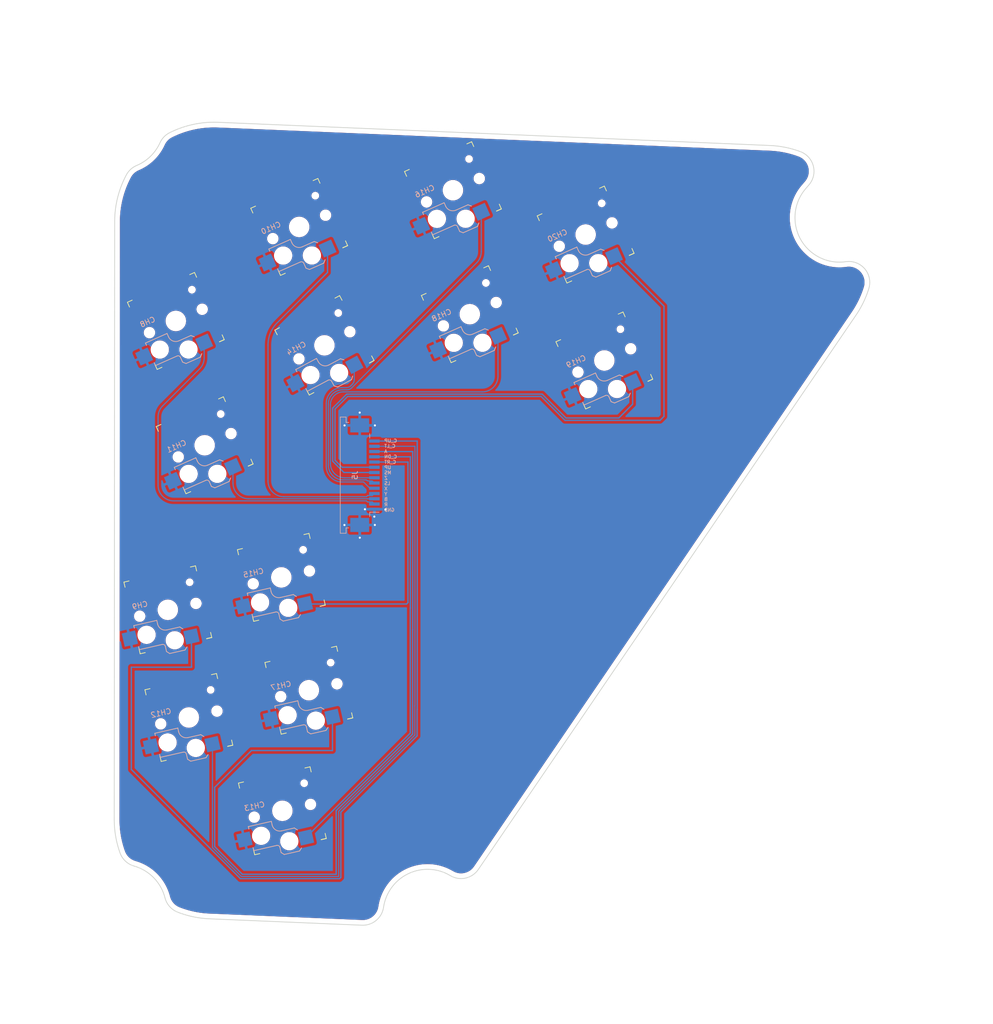
<source format=kicad_pcb>
(kicad_pcb (version 20240108) (generator "pcbnew") (generator_version "8.0")
  (layers (0 "F.Cu" signal) (31 "B.Cu" signal) (34 "B.Paste" user) (35 "F.Paste" user) (36 "B.SilkS" user "B.Silkscreen") (37 "F.SilkS" user "F.Silkscreen") (38 "B.Mask" user) (39 "F.Mask" user) (44 "Edge.Cuts" user))
  (net 0 "")
  (net 1 "C_UP")
  (net 2 "C_LT")
  (net 3 "A")
  (net 4 "C_DN")
  (net 5 "C_RT")
  (net 6 "UP")
  (net 7 "MS")
  (net 8 "Z")
  (net 9 "LS")
  (net 10 "X")
  (net 11 "Y")
  (net 12 "B")
  (net 13 "R")
  (net 14 "GND")
  (footprint "PCBs:Kailh_socket_PG1350" (layer "F.Cu") (at 90.435084 38.611672 23.9)
    (property "Reference" "CH16" (at -5 -2 23.9) (layer "B.SilkS") (effects (justify mirror)))
    (property "Value" "choc_SW_HS")
    (pad "" np_thru_hole circle (at -5.5 0 23.9) (size 1.7018 1.7018) (drill 1.7018) (layers "*.Cu" "*.Mask"))
    (pad "" np_thru_hole circle (at -5 3.75 23.9) (size 3 3) (drill 3) (layers "*.Cu" "*.Mask"))
    (pad "" np_thru_hole circle (at 0 0 23.9) (size 3.429 3.429) (drill 3.429) (layers "*.Cu" "*.Mask"))
    (pad "" np_thru_hole circle (at 0 5.95 23.9) (size 3 3) (drill 3) (layers "*.Cu" "*.Mask"))
    (pad "" np_thru_hole circle (at 5.22 -4.2 23.9) (size 0.9906 0.9906) (drill 0.9906) (layers "*.Cu" "*.Mask"))
    (pad "" np_thru_hole circle (at 5.5 0 23.9) (size 1.7018 1.7018) (drill 1.7018) (layers "*.Cu" "*.Mask"))
    (pad "1" smd rect (at 3.275 5.95 23.9) (size 2.6 2.6) (layers "B.Cu" "B.Paste" "B.Mask") (net 9 "LS") (clearance 0.5))
    (pad "2" smd rect (at -8.275 3.75 23.9) (size 2.6 2.6) (layers "B.Cu" "B.Paste" "B.Mask") (net 14 "GND"))
  )
  (footprint "PCBs:Kailh_socket_PG1350" (layer "F.Cu") (at 40.06 139.09 12.8)
    (property "Reference" "CH12" (at -5 -2 12.8) (layer "B.SilkS") (effects (justify mirror)))
    (property "Value" "choc_SW_HS")
    (pad "" np_thru_hole circle (at -5.5 0 12.8) (size 1.7018 1.7018) (drill 1.7018) (layers "*.Cu" "*.Mask"))
    (pad "" np_thru_hole circle (at -5 3.75 12.8) (size 3 3) (drill 3) (layers "*.Cu" "*.Mask"))
    (pad "" np_thru_hole circle (at 0 0 12.8) (size 3.429 3.429) (drill 3.429) (layers "*.Cu" "*.Mask"))
    (pad "" np_thru_hole circle (at 0 5.95 12.8) (size 3 3) (drill 3) (layers "*.Cu" "*.Mask"))
    (pad "" np_thru_hole circle (at 5.22 -4.2 12.8) (size 0.9906 0.9906) (drill 0.9906) (layers "*.Cu" "*.Mask"))
    (pad "" np_thru_hole circle (at 5.5 0 12.8) (size 1.7018 1.7018) (drill 1.7018) (layers "*.Cu" "*.Mask"))
    (pad "1" smd rect (at 3.275 5.95 12.8) (size 2.6 2.6) (layers "B.Cu" "B.Paste" "B.Mask") (net 2 "C_LT") (clearance 0.5))
    (pad "2" smd rect (at -8.275 3.75 12.8) (size 2.6 2.6) (layers "B.Cu" "B.Paste" "B.Mask") (net 14 "GND"))
  )
  (footprint "PCBs:Kailh_socket_PG1350" (layer "F.Cu") (at 65.9224 68.169844 28)
    (property "Reference" "CH14" (at -5 -2 28) (layer "B.SilkS") (effects (justify mirror)))
    (property "Value" "choc_SW_HS")
    (pad "" np_thru_hole circle (at -5.5 0 28) (size 1.7018 1.7018) (drill 1.7018) (layers "*.Cu" "*.Mask"))
    (pad "" np_thru_hole circle (at -5 3.75 28) (size 3 3) (drill 3) (layers "*.Cu" "*.Mask"))
    (pad "" np_thru_hole circle (at 0 0 28) (size 3.429 3.429) (drill 3.429) (layers "*.Cu" "*.Mask"))
    (pad "" np_thru_hole circle (at 0 5.95 28) (size 3 3) (drill 3) (layers "*.Cu" "*.Mask"))
    (pad "" np_thru_hole circle (at 5.22 -4.2 28) (size 0.9906 0.9906) (drill 0.9906) (layers "*.Cu" "*.Mask"))
    (pad "" np_thru_hole circle (at 5.5 0 28) (size 1.7018 1.7018) (drill 1.7018) (layers "*.Cu" "*.Mask"))
    (pad "1" smd rect (at 3.275 5.95 28) (size 2.6 2.6) (layers "B.Cu" "B.Paste" "B.Mask") (net 10 "X") (clearance 0.5))
    (pad "2" smd rect (at -8.275 3.75 28) (size 2.6 2.6) (layers "B.Cu" "B.Paste" "B.Mask") (net 14 "GND"))
  )
  (footprint "PCBs:Kailh_socket_PG1350" (layer "F.Cu") (at 62.95 133.89 12.8)
    (property "Reference" "CH17" (at -5 -2 12.8) (layer "B.SilkS") (effects (justify mirror)))
    (property "Value" "choc_SW_HS")
    (pad "" np_thru_hole circle (at -5.5 0 12.8) (size 1.7018 1.7018) (drill 1.7018) (layers "*.Cu" "*.Mask"))
    (pad "" np_thru_hole circle (at -5 3.75 12.8) (size 3 3) (drill 3) (layers "*.Cu" "*.Mask"))
    (pad "" np_thru_hole circle (at 0 0 12.8) (size 3.429 3.429) (drill 3.429) (layers "*.Cu" "*.Mask"))
    (pad "" np_thru_hole circle (at 0 5.95 12.8) (size 3 3) (drill 3) (layers "*.Cu" "*.Mask"))
    (pad "" np_thru_hole circle (at 5.22 -4.2 12.8) (size 0.9906 0.9906) (drill 0.9906) (layers "*.Cu" "*.Mask"))
    (pad "" np_thru_hole circle (at 5.5 0 12.8) (size 1.7018 1.7018) (drill 1.7018) (layers "*.Cu" "*.Mask"))
    (pad "1" smd rect (at 3.275 5.95 12.8) (size 2.6 2.6) (layers "B.Cu" "B.Paste" "B.Mask") (net 3 "A") (clearance 0.5))
    (pad "2" smd rect (at -8.275 3.75 12.8) (size 2.6 2.6) (layers "B.Cu" "B.Paste" "B.Mask") (net 14 "GND"))
  )
  (footprint "PCBs:Kailh_socket_PG1350" (layer "F.Cu") (at 93.649779 62.235342 23.9)
    (property "Reference" "CH18" (at -5 -2 23.9) (layer "B.SilkS") (effects (justify mirror)))
    (property "Value" "choc_SW_HS")
    (pad "" np_thru_hole circle (at -5.5 0 23.9) (size 1.7018 1.7018) (drill 1.7018) (layers "*.Cu" "*.Mask"))
    (pad "" np_thru_hole circle (at -5 3.75 23.9) (size 3 3) (drill 3) (layers "*.Cu" "*.Mask"))
    (pad "" np_thru_hole circle (at 0 0 23.9) (size 3.429 3.429) (drill 3.429) (layers "*.Cu" "*.Mask"))
    (pad "" np_thru_hole circle (at 0 5.95 23.9) (size 3 3) (drill 3) (layers "*.Cu" "*.Mask"))
    (pad "" np_thru_hole circle (at 5.22 -4.2 23.9) (size 0.9906 0.9906) (drill 0.9906) (layers "*.Cu" "*.Mask"))
    (pad "" np_thru_hole circle (at 5.5 0 23.9) (size 1.7018 1.7018) (drill 1.7018) (layers "*.Cu" "*.Mask"))
    (pad "1" smd rect (at 3.275 5.95 23.9) (size 2.6 2.6) (layers "B.Cu" "B.Paste" "B.Mask") (net 8 "Z") (clearance 0.5))
    (pad "2" smd rect (at -8.275 3.75 23.9) (size 2.6 2.6) (layers "B.Cu" "B.Paste" "B.Mask") (net 14 "GND"))
  )
  (footprint "PCBs:Kailh_socket_PG1350" (layer "F.Cu") (at 37.577908 63.522995 23.9)
    (property "Reference" "CH8" (at -5 -2 23.9) (layer "B.SilkS") (effects (justify mirror)))
    (property "Value" "choc_SW_HS")
    (pad "" np_thru_hole circle (at -5.5 0 23.9) (size 1.7018 1.7018) (drill 1.7018) (layers "*.Cu" "*.Mask"))
    (pad "" np_thru_hole circle (at -5 3.75 23.9) (size 3 3) (drill 3) (layers "*.Cu" "*.Mask"))
    (pad "" np_thru_hole circle (at 0 0 23.9) (size 3.429 3.429) (drill 3.429) (layers "*.Cu" "*.Mask"))
    (pad "" np_thru_hole circle (at 0 5.95 23.9) (size 3 3) (drill 3) (layers "*.Cu" "*.Mask"))
    (pad "" np_thru_hole circle (at 5.22 -4.2 23.9) (size 0.9906 0.9906) (drill 0.9906) (layers "*.Cu" "*.Mask"))
    (pad "" np_thru_hole circle (at 5.5 0 23.9) (size 1.7018 1.7018) (drill 1.7018) (layers "*.Cu" "*.Mask"))
    (pad "1" smd rect (at 3.275 5.95 23.9) (size 2.6 2.6) (layers "B.Cu" "B.Paste" "B.Mask") (net 13 "R") (clearance 0.5))
    (pad "2" smd rect (at -8.275 3.75 23.9) (size 2.6 2.6) (layers "B.Cu" "B.Paste" "B.Mask") (net 14 "GND"))
  )
  (footprint "PCBs:Kailh_socket_PG1350" (layer "F.Cu") (at 119.310554 71.053379 23.9)
    (property "Reference" "CH19" (at -5 -2 23.9) (layer "B.SilkS") (effects (justify mirror)))
    (property "Value" "choc_SW_HS")
    (pad "" np_thru_hole circle (at -5.5 0 23.9) (size 1.7018 1.7018) (drill 1.7018) (layers "F&B.Cu" "*.Mask"))
    (pad "" np_thru_hole circle (at -5 3.75 23.9) (size 3 3) (drill 3) (layers "F&B.Cu" "*.Mask"))
    (pad "" np_thru_hole circle (at 0 0 23.9) (size 3.429 3.429) (drill 3.429) (layers "F&B.Cu" "*.Mask"))
    (pad "" np_thru_hole circle (at 0 5.95 23.9) (size 3 3) (drill 3) (layers "F&B.Cu" "*.Mask"))
    (pad "" np_thru_hole circle (at 5.22 -4.2 23.9) (size 0.9906 0.9906) (drill 0.9906) (layers "F&B.Cu" "*.Mask"))
    (pad "" np_thru_hole circle (at 5.5 0 23.9) (size 1.7018 1.7018) (drill 1.7018) (layers "F&B.Cu" "*.Mask"))
    (pad "2" smd rect (at -8.275 3.75 23.9) (size 2.6 2.6) (layers "B.Cu" "B.Paste" "B.Mask") (net 14 "GND"))
    (pad "8" smd rect (at 3.275 5.95 23.9) (size 2.6 2.6) (layers "B.Cu" "B.Paste" "B.Mask") (net 7 "MS") (clearance 0.5))
  )
  (footprint "PCBs:Kailh_socket_PG1350" (layer "F.Cu") (at 57.7 112.39 12.8)
    (property "Reference" "CH15" (at -5 -2 12.8) (layer "B.SilkS") (effects (justify mirror)))
    (property "Value" "choc_SW_HS")
    (pad "" np_thru_hole circle (at -5.5 0 12.8) (size 1.7018 1.7018) (drill 1.7018) (layers "*.Cu" "*.Mask"))
    (pad "" np_thru_hole circle (at -5 3.75 12.8) (size 3 3) (drill 3) (layers "*.Cu" "*.Mask"))
    (pad "" np_thru_hole circle (at 0 0 12.8) (size 3.429 3.429) (drill 3.429) (layers "*.Cu" "*.Mask"))
    (pad "" np_thru_hole circle (at 0 5.95 12.8) (size 3 3) (drill 3) (layers "*.Cu" "*.Mask"))
    (pad "" np_thru_hole circle (at 5.22 -4.2 12.8) (size 0.9906 0.9906) (drill 0.9906) (layers "*.Cu" "*.Mask"))
    (pad "" np_thru_hole circle (at 5.5 0 12.8) (size 1.7018 1.7018) (drill 1.7018) (layers "*.Cu" "*.Mask"))
    (pad "1" smd rect (at 3.275 5.95 12.8) (size 2.6 2.6) (layers "B.Cu" "B.Paste" "B.Mask") (net 5 "C_RT") (clearance 0.5))
    (pad "2" smd rect (at -8.275 3.75 12.8) (size 2.6 2.6) (layers "B.Cu" "B.Paste" "B.Mask") (net 14 "GND"))
  )
  (footprint "PCBs:Kailh_socket_PG1350" (layer "F.Cu") (at 57.9 156.87 12.8)
    (property "Reference" "CH13" (at -5 -2 12.8) (layer "B.SilkS") (effects (justify mirror)))
    (property "Value" "choc_SW_HS")
    (pad "" np_thru_hole circle (at -5.5 0 12.8) (size 1.7018 1.7018) (drill 1.7018) (layers "*.Cu" "*.Mask"))
    (pad "" np_thru_hole circle (at -5 3.75 12.8) (size 3 3) (drill 3) (layers "*.Cu" "*.Mask"))
    (pad "" np_thru_hole circle (at 0 0 12.8) (size 3.429 3.429) (drill 3.429) (layers "*.Cu" "*.Mask"))
    (pad "" np_thru_hole circle (at 0 5.95 12.8) (size 3 3) (drill 3) (layers "*.Cu" "*.Mask"))
    (pad "" np_thru_hole circle (at 5.22 -4.2 12.8) (size 0.9906 0.9906) (drill 0.9906) (layers "*.Cu" "*.Mask"))
    (pad "" np_thru_hole circle (at 5.5 0 12.8) (size 1.7018 1.7018) (drill 1.7018) (layers "*.Cu" "*.Mask"))
    (pad "1" smd rect (at 3.275 5.95 12.8) (size 2.6 2.6) (layers "B.Cu" "B.Paste" "B.Mask") (net 4 "C_DN") (clearance 0.5))
    (pad "2" smd rect (at -8.275 3.75 12.8) (size 2.6 2.6) (layers "B.Cu" "B.Paste" "B.Mask") (net 14 "GND"))
  )
  (footprint "PCBs:Kailh_socket_PG1350" (layer "F.Cu") (at 43.074561 87.21353 23.9)
    (property "Reference" "CH11" (at -5 -2 23.9) (layer "B.SilkS") (effects (justify mirror)))
    (property "Value" "choc_SW_HS")
    (pad "" np_thru_hole circle (at -5.5 0 23.9) (size 1.7018 1.7018) (drill 1.7018) (layers "*.Cu" "*.Mask"))
    (pad "" np_thru_hole circle (at -5 3.75 23.9) (size 3 3) (drill 3) (layers "*.Cu" "*.Mask"))
    (pad "" np_thru_hole circle (at 0 0 23.9) (size 3.429 3.429) (drill 3.429) (layers "*.Cu" "*.Mask"))
    (pad "" np_thru_hole circle (at 0 5.95 23.9) (size 3 3) (drill 3) (layers "*.Cu" "*.Mask"))
    (pad "" np_thru_hole circle (at 5.22 -4.2 23.9) (size 0.9906 0.9906) (drill 0.9906) (layers "*.Cu" "*.Mask"))
    (pad "" np_thru_hole circle (at 5.5 0 23.9) (size 1.7018 1.7018) (drill 1.7018) (layers "*.Cu" "*.Mask"))
    (pad "1" smd rect (at 3.275 5.95 23.9) (size 2.6 2.6) (layers "B.Cu" "B.Paste" "B.Mask") (net 12 "B") (clearance 0.5))
    (pad "2" smd rect (at -8.275 3.75 23.9) (size 2.6 2.6) (layers "B.Cu" "B.Paste" "B.Mask") (net 14 "GND"))
  )
  (footprint "PCBs:Kailh_socket_PG1350" (layer "F.Cu") (at 36.05 118.57 12.8)
    (property "Reference" "CH9" (at -5 -2 12.8) (layer "B.SilkS") (effects (justify mirror)))
    (property "Value" "choc_SW_HS")
    (pad "" np_thru_hole circle (at -5.5 0 12.8) (size 1.7018 1.7018) (drill 1.7018) (layers "*.Cu" "*.Mask"))
    (pad "" np_thru_hole circle (at -5 3.75 12.8) (size 3 3) (drill 3) (layers "*.Cu" "*.Mask"))
    (pad "" np_thru_hole circle (at 0 0 12.8) (size 3.429 3.429) (drill 3.429) (layers "*.Cu" "*.Mask"))
    (pad "" np_thru_hole circle (at 0 5.95 12.8) (size 3 3) (drill 3) (layers "*.Cu" "*.Mask"))
    (pad "" np_thru_hole circle (at 5.22 -4.2 12.8) (size 0.9906 0.9906) (drill 0.9906) (layers "*.Cu" "*.Mask"))
    (pad "" np_thru_hole circle (at 5.5 0 12.8) (size 1.7018 1.7018) (drill 1.7018) (layers "*.Cu" "*.Mask"))
    (pad "1" smd rect (at 3.275 5.95 12.8) (size 2.6 2.6) (layers "B.Cu" "B.Paste" "B.Mask") (net 1 "C_UP") (clearance 0.5))
    (pad "2" smd rect (at -8.275 3.75 12.8) (size 2.6 2.6) (layers "B.Cu" "B.Paste" "B.Mask") (net 14 "GND"))
  )
  (footprint "PCBs:Kailh_socket_PG1350" (layer "F.Cu") (at 61.108971 45.605613 23.9)
    (property "Reference" "CH10" (at -5 -2 23.9) (layer "B.SilkS") (effects (justify mirror)))
    (property "Value" "choc_SW_HS")
    (pad "" np_thru_hole circle (at -5.5 0 23.9) (size 1.7018 1.7018) (drill 1.7018) (layers "*.Cu" "*.Mask"))
    (pad "" np_thru_hole circle (at -5 3.75 23.9) (size 3 3) (drill 3) (layers "*.Cu" "*.Mask"))
    (pad "" np_thru_hole circle (at 0 0 23.9) (size 3.429 3.429) (drill 3.429) (layers "*.Cu" "*.Mask"))
    (pad "" np_thru_hole circle (at 0 5.95 23.9) (size 3 3) (drill 3) (layers "*.Cu" "*.Mask"))
    (pad "" np_thru_hole circle (at 5.22 -4.2 23.9) (size 0.9906 0.9906) (drill 0.9906) (layers "*.Cu" "*.Mask"))
    (pad "" np_thru_hole circle (at 5.5 0 23.9) (size 1.7018 1.7018) (drill 1.7018) (layers "*.Cu" "*.Mask"))
    (pad "1" smd rect (at 3.275 5.95 23.9) (size 2.6 2.6) (layers "B.Cu" "B.Paste" "B.Mask") (net 11 "Y") (clearance 0.5))
    (pad "2" smd rect (at -8.275 3.75 23.9) (size 2.6 2.6) (layers "B.Cu" "B.Paste" "B.Mask") (net 14 "GND"))
  )
  (footprint "PCBs:Kailh_socket_PG1350" (layer "F.Cu") (at 115.745587 47.061579 23.9)
    (property "Reference" "CH20" (at -5 -2 23.9) (layer "B.SilkS") (effects (justify mirror)))
    (property "Value" "choc_SW_HS")
    (pad "" np_thru_hole circle (at -5.5 0 23.9) (size 1.7018 1.7018) (drill 1.7018) (layers "*.Cu" "*.Mask"))
    (pad "" np_thru_hole circle (at -5 3.75 23.9) (size 3 3) (drill 3) (layers "*.Cu" "*.Mask"))
    (pad "" np_thru_hole circle (at 0 0 23.9) (size 3.429 3.429) (drill 3.429) (layers "*.Cu" "*.Mask"))
    (pad "" np_thru_hole circle (at 0 5.95 23.9) (size 3 3) (drill 3) (layers "*.Cu" "*.Mask"))
    (pad "" np_thru_hole circle (at 5.22 -4.2 23.9) (size 0.9906 0.9906) (drill 0.9906) (layers "*.Cu" "*.Mask"))
    (pad "" np_thru_hole circle (at 5.5 0 23.9) (size 1.7018 1.7018) (drill 1.7018) (layers "*.Cu" "*.Mask"))
    (pad "1" smd rect (at 3.275 5.95 23.9) (size 2.6 2.6) (layers "B.Cu" "B.Paste" "B.Mask") (net 6 "UP") (clearance 0.5))
    (pad "2" smd rect (at -8.275 3.75 23.9) (size 2.6 2.6) (layers "B.Cu" "B.Paste" "B.Mask") (net 14 "GND"))
  )
  (footprint "Connector_FFC-FPC:TE_1-84953-4_1x14-1MP_P1.0mm_Horizontal" (layer "B.Cu") (at 73.65 92.91 90)
    (property "Reference" "J5" (at -0.01 -1.89 90) (layer "B.SilkS") (effects (justify mirror)))
    (property "Value" "FFC Connector")
    (pad "1" smd rect (at -6.5 1.8 90) (size 0.61 2) (layers "B.Cu" "B.Paste" "B.Mask") (net 14 "GND"))
    (pad "2" smd rect (at -5.5 1.8 90) (size 0.61 2) (layers "B.Cu" "B.Paste" "B.Mask") (net 13 "R"))
    (pad "3" smd rect (at -4.5 1.8 90) (size 0.61 2) (layers "B.Cu" "B.Paste" "B.Mask") (net 12 "B"))
    (pad "4" smd rect (at -3.5 1.8 90) (size 0.61 2) (layers "B.Cu" "B.Paste" "B.Mask") (net 11 "Y"))
    (pad "5" smd rect (at -2.5 1.8 90) (size 0.61 2) (layers "B.Cu" "B.Paste" "B.Mask") (net 10 "X"))
    (pad "6" smd rect (at -1.5 1.8 90) (size 0.61 2) (layers "B.Cu" "B.Paste" "B.Mask") (net 9 "LS"))
    (pad "7" smd rect (at -0.5 1.8 90) (size 0.61 2) (layers "B.Cu" "B.Paste" "B.Mask") (net 8 "Z"))
    (pad "8" smd rect (at 0.5 1.8 90) (size 0.61 2) (layers "B.Cu" "B.Paste" "B.Mask") (net 7 "MS"))
    (pad "9" smd rect (at 1.5 1.8 90) (size 0.61 2) (layers "B.Cu" "B.Paste" "B.Mask") (net 6 "UP"))
    (pad "10" smd rect (at 2.5 1.8 90) (size 0.61 2) (layers "B.Cu" "B.Paste" "B.Mask") (net 5 "C_RT"))
    (pad "11" smd rect (at 3.5 1.8 90) (size 0.61 2) (layers "B.Cu" "B.Paste" "B.Mask") (net 4 "C_DN"))
    (pad "12" smd rect (at 4.5 1.8 90) (size 0.61 2) (layers "B.Cu" "B.Paste" "B.Mask") (net 3 "A"))
    (pad "13" smd rect (at 5.5 1.8 90) (size 0.61 2) (layers "B.Cu" "B.Paste" "B.Mask") (net 2 "C_LT"))
    (pad "14" smd rect (at 6.5 1.8 90) (size 0.61 2) (layers "B.Cu" "B.Paste" "B.Mask") (net 1 "C_UP"))
    (pad "MP" smd rect (at -9.49 -1 90) (size 2.68 3.6) (layers "B.Cu" "B.Paste" "B.Mask") (net 14 "GND"))
    (pad "MP" smd rect (at 9.49 -1 90) (size 2.68 3.6) (layers "B.Cu" "B.Paste" "B.Mask") (net 14 "GND"))
  )
  (gr_poly (pts (xy 73.082442 178.676456) (xy 43.985637 177.454684) (xy 43.597322 177.434386) (xy 43.209791 177.40615) (xy 42.823164 177.370002) (xy 42.43756 177.325965) (xy 42.053098 177.274065) (xy 41.669898 177.214327) (xy 41.288081 177.146775) (xy 40.907764 177.071435) (xy 40.529067 176.988332) (xy 40.152111 176.89749) (xy 39.777015 176.798934) (xy 39.403897 176.69269) (xy 39.032879 176.578783) (xy 38.664078 176.457237) (xy 38.297615 176.328076) (xy 37.933609 176.191328) (xy 37.711732 176.097585) (xy 37.392979 175.933727) (xy 37.092355 175.743387) (xy 36.811267 175.528151) (xy 36.551124 175.28961) (xy 36.313334 175.029349) (xy 36.099306 174.748957) (xy 35.910449 174.450021) (xy 35.74817 174.13413) (xy 35.613877 173.802871) (xy 35.50898 173.457833) (xy 35.434515 173.185181) (xy 35.351406 172.916317) (xy 35.259805 172.651397) (xy 35.159869 172.390581) (xy 35.051752 172.134027) (xy 34.935608 171.881894) (xy 34.811591 171.63434) (xy 34.679857 171.391524) (xy 34.540559 171.153604) (xy 34.393852 170.920739) (xy 34.239891 170.693088) (xy 34.07883 170.470809) (xy 33.910823 170.25406) (xy 33.736025 170.043001) (xy 33.554591 169.837789) (xy 33.366674 169.638584) (xy 33.172431 169.445544) (xy 32.972014 169.258826) (xy 32.765578 169.078591) (xy 32.553278 168.904997) (xy 32.335269 168.738201) (xy 32.111705 168.578364) (xy 31.882739 168.425642) (xy 31.648528 168.280195) (xy 31.409225 168.142182) (xy 31.164985 168.01176) (xy 30.915962 167.889089) (xy 30.662311 167.774327) (xy 30.404185 167.667632) (xy 30.141741 167.569164) (xy 29.875132 167.47908) (xy 29.604512 167.39754) (xy 29.374847 167.324938) (xy 29.042179 167.191579) (xy 28.725085 167.030159) (xy 28.425117 166.842129) (xy 28.143824 166.628937) (xy 27.882758 166.392032) (xy 27.643468 166.132864) (xy 27.427506 165.852882) (xy 27.236422 165.553535) (xy 27.071767 165.236272) (xy 26.93509 164.902544) (xy 26.801573 164.516263) (xy 26.676513 164.127512) (xy 26.559937 163.73643) (xy 26.451868 163.343156) (xy 26.352329 162.94783) (xy 26.261347 162.550591) (xy 26.178943 162.15158) (xy 26.105144 161.750936) (xy 26.039972 161.348798) (xy 25.983452 160.945306) (xy 25.935609 160.5406) (xy 25.896466 160.134819) (xy 25.866048 159.728102) (xy 25.844378 159.320591) (xy 25.831481 158.912423) (xy 25.827381 158.503739) (xy 25.91284 44.5889) (xy 25.915287 44.298234) (xy 25.922182 44.007899) (xy 25.933514 43.717943) (xy 25.94927 43.428416) (xy 25.969438 43.139366) (xy 25.994005 42.850842) (xy 26.02296 42.562895) (xy 26.056289 42.275572) (xy 26.093982 41.988922) (xy 26.136025 41.702996) (xy 26.182406 41.417841) (xy 26.233113 41.133507) (xy 26.288134 40.850044) (xy 26.347456 40.567499) (xy 26.411068 40.285923) (xy 26.478956 40.005364) (xy 26.551109 39.725872) (xy 26.627514 39.447495) (xy 26.70816 39.170282) (xy 26.793033 38.894283) (xy 26.882122 38.619547) (xy 26.975413 38.346122) (xy 27.072896 38.074058) (xy 27.174558 37.803404) (xy 27.280386 37.534209) (xy 27.390368 37.266523) (xy 27.504492 37.000393) (xy 27.622746 36.735869) (xy 27.745117 36.473001) (xy 27.871593 36.211837) (xy 28.002162 35.952427) (xy 28.136811 35.694819) (xy 28.220854 35.544864) (xy 28.358251 35.327914) (xy 28.508731 35.121013) (xy 28.671711 34.924693) (xy 28.846608 34.739487) (xy 29.03284 34.565924) (xy 29.229824 34.404537) (xy 29.436977 34.255858) (xy 29.653718 34.120418) (xy 29.879462 33.998748) (xy 30.113628 33.891381) (xy 30.479088 33.727634) (xy 30.835021 33.547563) (xy 31.180959 33.351623) (xy 31.516435 33.140268) (xy 31.840985 32.913951) (xy 32.154139 32.673127) (xy 32.455433 32.41825) (xy 32.744399 32.149775) (xy 33.020571 31.868156) (xy 33.283482 31.573847) (xy 33.532665 31.267302) (xy 33.767653 30.948975) (xy 33.987981 30.619321) (xy 34.193181 30.278794) (xy 34.382786 29.927849) (xy 34.55633 29.566939) (xy 34.630504 29.411865) (xy 34.753589 29.186486) (xy 34.890379 28.97029) (xy 35.040328 28.763846) (xy 35.202887 28.567721) (xy 35.37751 28.382483) (xy 35.563649 28.2087) (xy 35.760758 28.046941) (xy 35.96829 27.897774) (xy 36.185698 27.761766) (xy 36.412433 27.639486) (xy 36.682105 27.507749) (xy 36.95357 27.380418) (xy 37.226774 27.257503) (xy 37.501661 27.139017) (xy 37.778179 27.02497) (xy 38.056272 26.915375) (xy 38.335886 26.810243) (xy 38.616966 26.709586) (xy 38.899459 26.613415) (xy 39.183309 26.521742) (xy 39.468463 26.434578) (xy 39.754866 26.351935) (xy 40.042463 26.273825) (xy 40.3312 26.20026) (xy 40.621023 26.13125) (xy 40.911877 26.066808) (xy 41.203708 26.006945) (xy 41.496462 25.951673) (xy 41.790084 25.901004) (xy 42.084519 25.854948) (xy 42.379713 25.813518) (xy 42.675613 25.776724) (xy 42.972162 25.74458) (xy 43.269308 25.717096) (xy 43.566995 25.694284) (xy 43.86517 25.676156) (xy 44.163777 25.662723) (xy 44.462762 25.653997) (xy 44.762072 25.649989) (xy 45.061651 25.650711) (xy 45.361445 25.656175) (xy 45.661399 25.666393) (xy 150.902255 30.08545) (xy 151.273778 30.104704) (xy 151.6446 30.131226) (xy 152.014618 30.164995) (xy 152.383726 30.205989) (xy 152.751819 30.254188) (xy 153.118794 30.30957) (xy 153.484544 30.372115) (xy 153.848965 30.441801) (xy 154.211952 30.518606) (xy 154.5734 30.602511) (xy 154.933205 30.693493) (xy 155.291262 30.791532) (xy 155.647465 30.896606) (xy 156.00171 31.008695) (xy 156.353891 31.127776) (xy 156.703905 31.253831) (xy 156.78749 31.285934) (xy 157.033244 31.393197) (xy 157.27089 31.516527) (xy 157.499647 31.655461) (xy 157.718735 31.809538) (xy 157.927372 31.978296) (xy 158.222278 32.260957) (xy 158.482178 32.566038) (xy 158.706867 32.890708) (xy 158.896144 33.232139) (xy 159.049804 33.587501) (xy 159.167646 33.953965) (xy 159.249465 34.328702) (xy 159.29506 34.708883) (xy 159.304226 35.091679) (xy 159.276761 35.47426) (xy 159.212462 35.853797) (xy 159.111125 36.227461) (xy 158.972549 36.592422) (xy 158.796528 36.945852) (xy 158.582861 37.284922) (xy 158.331344 37.606802) (xy 157.744379 38.284537) (xy 157.467062 38.621592) (xy 157.209907 38.968531) (xy 156.972859 39.324602) (xy 156.755865 39.689054) (xy 156.55887 40.061135) (xy 156.381821 40.440093) (xy 156.224664 40.825178) (xy 156.087345 41.215637) (xy 155.96981 41.610719) (xy 155.872005 42.009673) (xy 155.793876 42.411746) (xy 155.735369 42.816189) (xy 155.696431 43.222248) (xy 155.677006 43.629173) (xy 155.677042 44.036212) (xy 155.696485 44.442613) (xy 155.73528 44.847625) (xy 155.793373 45.250497) (xy 155.870711 45.650477) (xy 155.96724 46.046814) (xy 156.082905 46.438755) (xy 156.217653 46.82555) (xy 156.37143 47.206447) (xy 156.544182 47.580695) (xy 156.735855 47.947541) (xy 156.946395 48.306235) (xy 157.175748 48.656025) (xy 157.42386 48.996159) (xy 157.690678 49.325887) (xy 157.976146 49.644456) (xy 158.280212 49.951114) (xy 158.602821 50.245112) (xy 158.959059 50.537109) (xy 159.328643 50.80797) (xy 159.710629 51.057418) (xy 160.104076 51.285176) (xy 160.50804 51.490971) (xy 160.92158 51.674525) (xy 161.343751 51.835563) (xy 161.773612 51.97381) (xy 162.210219 52.088989) (xy 162.652631 52.180825) (xy 163.099904 52.249043) (xy 163.551096 52.293366) (xy 164.005263 52.313519) (xy 164.461464 52.309226) (xy 164.918756 52.280211) (xy 165.376195 52.226199) (xy 165.486888 52.211651) (xy 165.7644 52.188905) (xy 166.042219 52.185555) (xy 166.319333 52.201521) (xy 166.594732 52.236724) (xy 166.867405 52.291085) (xy 167.13634 52.364524) (xy 167.519793 52.505348) (xy 167.880153 52.68074) (xy 168.216102 52.888187) (xy 168.52632 53.12518) (xy 168.809487 53.389206) (xy 169.064285 53.677756) (xy 169.289392 53.988319) (xy 169.483491 54.318383) (xy 169.64526 54.665437) (xy 169.773381 55.026972) (xy 169.866533 55.400476) (xy 169.923398 55.783439) (xy 169.942656 56.173349) (xy 169.922987 56.567695) (xy 169.863071 56.963968) (xy 169.761589 57.359656) (xy 169.653826 57.695141) (xy 169.539915 58.028363) (xy 169.419896 58.359241) (xy 169.293809 58.687692) (xy 169.161694 59.013636) (xy 169.02359 59.336989) (xy 168.879536 59.65767) (xy 168.729572 59.975597) (xy 168.573739 60.290688) (xy 168.412074 60.602861) (xy 168.244618 60.912035) (xy 168.07141 61.218127) (xy 167.89249 61.521056) (xy 167.707898 61.82074) (xy 167.517672 62.117096) (xy 167.321853 62.410044) (xy 95.279524 168.047427) (xy 95.043421 168.359945) (xy 94.78277 168.643136) (xy 94.500033 168.896457) (xy 94.197677 169.119366) (xy 93.878166 169.311319) (xy 93.543964 169.471773) (xy 93.197535 169.600187) (xy 92.841345 169.696016) (xy 92.477858 169.758718) (xy 92.109537 169.787749) (xy 91.738849 169.782568) (xy 91.368257 169.742632) (xy 91.000225 169.667396) (xy 90.637219 169.556319) (xy 90.281703 169.408858) (xy 89.936141 169.22447) (xy 89.555926 169.010116) (xy 89.169491 168.817337) (xy 88.777566 168.64595) (xy 88.380883 168.49577) (xy 87.980172 168.366612) (xy 87.576164 168.258294) (xy 87.169588 168.170631) (xy 86.761177 168.103438) (xy 86.35166 168.056532) (xy 85.941768 168.029729) (xy 85.532231 168.022845) (xy 85.123781 168.035696) (xy 84.717148 168.068097) (xy 84.313062 168.119865) (xy 83.912255 168.190815) (xy 83.515456 168.280764) (xy 83.123397 168.389527) (xy 82.736807 168.516921) (xy 82.356418 168.662762) (xy 81.98296 168.826865) (xy 81.617165 169.009046) (xy 81.259761 169.209121) (xy 80.911481 169.426907) (xy 80.573054 169.662219) (xy 80.245211 169.914873) (xy 79.928684 170.184685) (xy 79.624202 170.471472) (xy 79.332496 170.775048) (xy 79.054297 171.09523) (xy 78.790335 171.431835) (xy 78.541341 171.784677) (xy 78.308045 172.153574) (xy 78.203226 172.333986) (xy 78.054586 172.608943) (xy 77.916346 172.888841) (xy 77.788612 173.173381) (xy 77.671493 173.462265) (xy 77.565093 173.755192) (xy 77.469519 174.051865) (xy 77.384879 174.351984) (xy 77.311278 174.655251) (xy 77.248823 174.961366) (xy 77.19762 175.270031) (xy 77.124866 175.64239) (xy 77.019219 176.000358) (xy 76.882459 176.342464) (xy 76.716363 176.667234) (xy 76.522711 176.973197) (xy 76.30328 177.25888) (xy 76.05985 177.522811) (xy 75.794199 177.763519) (xy 75.508105 177.97953) (xy 75.203346 178.169373) (xy 74.881702 178.331576) (xy 74.544951 178.464666) (xy 74.194871 178.567171) (xy 73.83324 178.637619) (xy 73.461838 178.674538)) (stroke (width 0.15)) (fill none) (layer "Edge.Cuts"))
  (gr_text "C_UP\nC_LT\nA\nC_DN\nC_RT\nUP\nMS\nZ\nLS\nX\nY\nB\nR\nGND" (at 77.27 99.91 0) (layer "B.SilkS") (effects (font (size 0.63 0.63) (thickness 0.125) (bold yes)) (justify right bottom mirror)))
  (segment (start 83.595 142.601873) (end 83.595 137.57) (width 0.25) (layer "B.Cu") (net 1))
  (segment (start 83.63 86.41) (end 75.45 86.41) (width 0.25) (layer "B.Cu") (net 1))
  (segment (start 83.57 142.626872) (end 83.595 142.601873) (width 0.25) (layer "B.Cu") (net 1))
  (segment (start 29.09 149) (end 49.9 169.81) (width 0.25) (layer "B.Cu") (net 1))
  (segment (start 29.09 129.51) (end 40.56 129.51) (width 0.25) (layer "B.Cu") (net 1))
  (segment (start 49.9 169.81) (end 68.806041 169.81) (width 0.25) (layer "B.Cu") (net 1))
  (segment (start 76.19 86.41) (end 75.45 86.41) (width 0.2) (layer "B.Cu") (net 1))
  (segment (start 40.561828 129.331828) (end 40.561828 123.646567) (width 0.25) (layer "B.Cu") (net 1))
  (segment (start 69.913437 156.283435) (end 83.57 142.626872) (width 0.25) (layer "B.Cu") (net 1))
  (segment (start 83.595 137.57) (end 83.615 137.55) (width 0.25) (layer "B.Cu") (net 1))
  (segment (start 83.615 86.425) (end 83.63 86.41) (width 0.25) (layer "B.Cu") (net 1))
  (segment (start 40.57 129.5) (end 40.57 129.34) (width 0.25) (layer "B.Cu") (net 1))
  (segment (start 29.09 149) (end 29.09 129.51) (width 0.25) (layer "B.Cu") (net 1))
  (segment (start 69.055 169.561041) (end 69.055 157.141871) (width 0.25) (layer "B.Cu") (net 1))
  (segment (start 68.806041 169.81) (end 69.055 169.561041) (width 0.25) (layer "B.Cu") (net 1))
  (segment (start 69.055 157.141871) (end 69.913436 156.283435) (width 0.25) (layer "B.Cu") (net 1))
  (segment (start 83.615 137.55) (end 83.615 86.425) (width 0.25) (layer "B.Cu") (net 1))
  (segment (start 40.57 129.34) (end 40.561828 129.331828) (width 0.25) (layer "B.Cu") (net 1))
  (segment (start 40.56 129.51) (end 40.57 129.5) (width 0.25) (layer "B.Cu") (net 1))
  (segment (start 69.913436 156.283435) (end 69.913437 156.283435) (width 0.25) (layer "B.Cu") (net 1))
  (segment (start 68.63 156.965831) (end 68.63 169.385) (width 0.2) (layer "B.Cu") (net 2))
  (segment (start 83.185 87.425) (end 83.185 136.875) (width 0.2) (layer "B.Cu") (net 2))
  (segment (start 50.07604 169.385) (end 44.565 163.87396) (width 0.2) (layer "B.Cu") (net 2))
  (segment (start 83.145 142.450831) (end 68.63 156.965831) (width 0.2) (layer "B.Cu") (net 2))
  (segment (start 75.45 87.41) (end 83.18 87.41) (width 0.2) (layer "B.Cu") (net 2))
  (segment (start 44.571828 144.166567) (end 44.571828 144.368783) (width 0.2) (layer "B.Cu") (net 2))
  (segment (start 41.889573 144.064142) (end 41.889573 144.368783) (width 0.2) (layer "B.Cu") (net 2))
  (segment (start 44.565 163.87396) (end 44.565 144.173395) (width 0.2) (layer "B.Cu") (net 2))
  (segment (start 83.17 142.425832) (end 83.145 142.450831) (width 0.2) (layer "B.Cu") (net 2))
  (segment (start 44.565 144.173395) (end 44.571828 144.166567) (width 0.2) (layer "B.Cu") (net 2))
  (segment (start 83.18 87.41) (end 83.19 87.42) (width 0.2) (layer "B.Cu") (net 2))
  (segment (start 68.63 169.385) (end 50.07604 169.385) (width 0.2) (layer "B.Cu") (net 2))
  (segment (start 83.19 87.42) (end 83.185 87.425) (width 0.2) (layer "B.Cu") (net 2))
  (segment (start 83.17 136.89) (end 83.17 142.425832) (width 0.2) (layer "B.Cu") (net 2))
  (segment (start 83.185 136.875) (end 83.17 136.89) (width 0.2) (layer "B.Cu") (net 2))
  (segment (start 50.25208 168.96) (end 68.16 168.96) (width 0.25) (layer "B.Cu") (net 3))
  (segment (start 82.76 88.4) (end 82.59 88.4) (width 0.25) (layer "B.Cu") (net 3))
  (segment (start 67.461828 145.368172) (end 67.44 145.39) (width 0.25) (layer "B.Cu") (net 3))
  (segment (start 82.745 142.249791) (end 82.745 122.38) (width 0.25) (layer "B.Cu") (net 3))
  (segment (start 68.16 156.834791) (end 82.745 142.249791) (width 0.25) (layer "B.Cu") (net 3))
  (segment (start 44.99 152.4) (end 44.99 163.69792) (width 0.25) (layer "B.Cu") (net 3))
  (segment (start 82.58 88.41) (end 75.45 88.41) (width 0.25) (layer "B.Cu") (net 3))
  (segment (start 67.44 145.39) (end 52 145.39) (width 0.25) (layer "B.Cu") (net 3))
  (segment (start 52 145.39) (end 44.99 152.4) (width 0.25) (layer "B.Cu") (net 3))
  (segment (start 82.745 122.38) (end 82.76 122.365) (width 0.25) (layer "B.Cu") (net 3))
  (segment (start 68.16 168.96) (end 68.16 156.834791) (width 0.25) (layer "B.Cu") (net 3))
  (segment (start 82.76 122.365) (end 82.76 88.4) (width 0.25) (layer "B.Cu") (net 3))
  (segment (start 82.59 88.4) (end 82.58 88.41) (width 0.25) (layer "B.Cu") (net 3))
  (segment (start 44.99 163.69792) (end 50.25208 168.96) (width 0.25) (layer "B.Cu") (net 3))
  (segment (start 67.461828 138.966567) (end 67.461828 145.368172) (width 0.25) (layer "B.Cu") (net 3))
  (segment (start 82.31 118.205) (end 82.31 89.4) (width 0.25) (layer "B.Cu") (net 4))
  (segment (start 82.3 89.41) (end 75.45 89.41) (width 0.25) (layer "B.Cu") (net 4))
  (segment (start 82.295 142.063395) (end 82.295 118.22) (width 0.25) (layer "B.Cu") (net 4))
  (segment (start 82.31 89.4) (end 82.3 89.41) (width 0.25) (layer "B.Cu") (net 4))
  (segment (start 82.295 118.22) (end 82.31 118.205) (width 0.25) (layer "B.Cu") (net 4))
  (segment (start 62.411828 161.946567) (end 82.295 142.063395) (width 0.25) (layer "B.Cu") (net 4))
  (segment (start 75.45 90.41) (end 81.85 90.41) (width 0.25) (layer "B.Cu") (net 5))
  (segment (start 81.856567 117.196567) (end 81.856567 90.416567) (width 0.25) (layer "B.Cu") (net 5))
  (segment (start 62.211828 117.466567) (end 81.586567 117.466567) (width 0.25) (layer "B.Cu") (net 5))
  (segment (start 81.856567 90.416567) (end 81.85 90.41) (width 0.25) (layer "B.Cu") (net 5))
  (segment (start 81.586567 117.466567) (end 81.856567 117.196567) (width 0.25) (layer "B.Cu") (net 5))
  (segment (start 130.69 60.71419) (end 130.69 81.71) (width 0.25) (layer "B.Cu") (net 6))
  (segment (start 111.795 82.46) (end 107.25 77.915) (width 0.25) (layer "B.Cu") (net 6))
  (segment (start 69.29 91.411338) (end 69.291338 91.41) (width 0.25) (layer "B.Cu") (net 6))
  (segment (start 129.94 82.46) (end 111.795 82.46) (width 0.25) (layer "B.Cu") (net 6))
  (segment (start 70.346396 77.915) (end 67.942266 80.31913) (width 0.25) (layer "B.Cu") (net 6))
  (segment (start 67.942266 90.063604) (end 69.29 91.411338) (width 0.25) (layer "B.Cu") (net 6))
  (segment (start 121.150361 51.174551) (end 130.69 60.71419) (width 0.25) (layer "B.Cu") (net 6))
  (segment (start 69.291338 91.41) (end 75.45 91.41) (width 0.25) (layer "B.Cu") (net 6))
  (segment (start 75.45 91.41) (end 74.7 91.41) (width 0.2) (layer "B.Cu") (net 6))
  (segment (start 130.69 81.71) (end 129.94 82.46) (width 0.25) (layer "B.Cu") (net 6))
  (segment (start 67.942266 80.31913) (end 67.942266 90.063604) (width 0.25) (layer "B.Cu") (net 6))
  (segment (start 107.25 77.915) (end 70.346396 77.915) (width 0.25) (layer "B.Cu") (net 6))
  (segment (start 69.652266 92.41) (end 75.45 92.41) (width 0.25) (layer "B.Cu") (net 7))
  (segment (start 124.715328 79.375328) (end 122.080656 82.01) (width 0.25) (layer "B.Cu") (net 7))
  (segment (start 124.715328 75.166351) (end 124.715328 79.375328) (width 0.25) (layer "B.Cu") (net 7))
  (segment (start 70.16 77.465) (end 67.492266 80.132734) (width 0.25) (layer "B.Cu") (net 7))
  (segment (start 122.080656 82.01) (end 112 82.01) (width 0.25) (layer "B.Cu") (net 7))
  (segment (start 67.492266 90.25) (end 69.652266 92.41) (width 0.25) (layer "B.Cu") (net 7))
  (segment (start 107.455 77.465) (end 70.16 77.465) (width 0.25) (layer "B.Cu") (net 7))
  (segment (start 67.492266 80.132734) (end 67.492266 90.25) (width 0.25) (layer "B.Cu") (net 7))
  (segment (start 124.715328 75.166351) (end 124.715328 76.588275) (width 0.25) (layer "B.Cu") (net 7))
  (segment (start 112 82.01) (end 107.455 77.465) (width 0.25) (layer "B.Cu") (net 7))
  (segment (start 96.027126 77.04) (end 69.53816 77.04) (width 0.2) (layer "B.Cu") (net 8))
  (segment (start 69.786075 93.41) (end 75.45 93.41) (width 0.2) (layer "B.Cu") (net 8))
  (segment (start 67.067266 79.510894) (end 67.067266 90.691191) (width 0.2) (layer "B.Cu") (net 8))
  (segment (start 99.027126 66.360469) (end 99.027126 74.04) (width 0.2) (layer "B.Cu") (net 8))
  (arc (start 69.53816 77.04) (mid 67.790974 77.763708) (end 67.067266 79.510894) (width 0.2) (layer "B.Cu") (net 8))
  (arc (start 69.786075 93.41) (mid 67.863587 92.613679) (end 67.067266 90.691191) (width 0.2) (layer "B.Cu") (net 8))
  (arc (start 96.027126 77.04) (mid 98.148446 76.16132) (end 99.027126 74.04) (width 0.2) (layer "B.Cu") (net 8))
  (segment (start 94.961178 52.438822) (end 91.048427 56.351573) (width 0.2) (layer "B.Cu") (net 9))
  (segment (start 75.45 94.41) (end 75.142868 94.102868) (width 0.2) (layer "B.Cu") (net 9))
  (segment (start 66.667266 91.00176) (end 66.667266 79.368607) (width 0.2) (layer "B.Cu") (net 9))
  (segment (start 70.225368 76.636149) (end 69.399742 76.636145) (width 0.2) (layer "B.Cu") (net 9))
  (segment (start 73.820736 93.81) (end 69.475506 93.81) (width 0.2) (layer "B.Cu") (net 9))
  (segment (start 74.930736 94.015) (end 74.274264 94.015) (width 0.2) (layer "B.Cu") (net 9))
  (segment (start 95.839858 42.724644) (end 95.839858 50.317501) (width 0.2) (layer "B.Cu") (net 9))
  (segment (start 74.062132 93.927132) (end 74.032868 93.897868) (width 0.2) (layer "B.Cu") (net 9))
  (segment (start 71.144613 76.255387) (end 91.048427 56.351573) (width 0.2) (layer "B.Cu") (net 9))
  (arc (start 69.399742 76.636145) (mid 67.467591 77.43646) (end 66.667266 79.368607) (width 0.2) (layer "B.Cu") (net 9))
  (arc (start 74.274264 94.015) (mid 74.159459 93.992164) (end 74.062132 93.927132) (width 0.2) (layer "B.Cu") (net 9))
  (arc (start 75.142868 94.102868) (mid 75.045541 94.037836) (end 74.930736 94.015) (width 0.2) (layer "B.Cu") (net 9))
  (arc (start 74.032868 93.897868) (mid 73.935541 93.832836) (end 73.820736 93.81) (width 0.2) (layer "B.Cu") (net 9))
  (arc (start 94.961178 52.438822) (mid 95.611497 51.465552) (end 95.839858 50.317501) (width 0.2) (layer "B.Cu") (net 9))
  (arc (start 70.225368 76.636149) (mid 70.72286 76.537193) (end 71.144613 76.255387) (width 0.2) (layer "B.Cu") (net 9))
  (arc (start 66.667266 91.00176) (mid 67.48978 92.987486) (end 69.475506 93.81) (width 0.2) (layer "B.Cu") (net 9))
  (segment (start 73.39 94.21) (end 69.267266 94.21) (width 0.2) (layer "B.Cu") (net 10))
  (segment (start 69.267266 76.23615) (end 70.059686 76.23615) (width 0.2) (layer "B.Cu") (net 10))
  (segment (start 70.978925 75.855389) (end 71.226648 75.607666) (width 0.2) (layer "B.Cu") (net 10))
  (segment (start 75.45 95.41) (end 74.59 95.41) (width 0.2) (layer "B.Cu") (net 10))
  (segment (start 66.267266 91.21) (end 66.267266 79.23615) (width 0.2) (layer "B.Cu") (net 10))
  (segment (start 71.607409 74.688427) (end 71.607409 71.885863) (width 0.2) (layer "B.Cu") (net 10))
  (segment (start 74.59 95.41) (end 73.39 94.21) (width 0.2) (layer "B.Cu") (net 10))
  (arc (start 70.978925 75.855389) (mid 70.557175 76.137194) (end 70.059686 76.23615) (width 0.2) (layer "B.Cu") (net 10))
  (arc (start 66.267266 79.23615) (mid 67.145946 77.11483) (end 69.267266 76.23615) (width 0.2) (layer "B.Cu") (net 10))
  (arc (start 71.226648 75.607666) (mid 71.508453 75.185916) (end 71.607409 74.688427) (width 0.2) (layer "B.Cu") (net 10))
  (arc (start 66.267266 91.21) (mid 67.145946 93.33132) (end 69.267266 94.21) (width 0.2) (layer "B.Cu") (net 10))
  (segment (start 61.762203 59.017797) (end 56.917359 63.862641) (width 0.2) (layer "B.Cu") (net 11))
  (segment (start 75.055 96.805) (end 75.45 96.41) (width 0.2) (layer "B.Cu") (net 11))
  (segment (start 58.16 97.01) (end 73.945 97.01) (width 0.2) (layer "B.Cu") (net 11))
  (segment (start 73.945 97.01) (end 74.15 96.805) (width 0.2) (layer "B.Cu") (net 11))
  (segment (start 66.513745 49.718585) (end 66.513745 54.266255) (width 0.25) (layer "B.Cu") (net 11))
  (segment (start 74.15 96.805) (end 75.055 96.805) (width 0.2) (layer "B.Cu") (net 11))
  (segment (start 55.16 68.105281) (end 55.16 94.01) (width 0.2) (layer "B.Cu") (net 11))
  (segment (start 66.513745 54.266255) (end 61.762203 59.017797) (width 0.25) (layer "B.Cu") (net 11))
  (arc (start 58.16 97.01) (mid 56.03868 96.13132) (end 55.16 94.01) (width 0.2) (layer "B.Cu") (net 11))
  (arc (start 56.917359 63.862641) (mid 55.616723 65.809181) (end 55.16 68.105281) (width 0.2) (layer "B.Cu") (net 11))
  (segment (start 51.479335 97.41) (end 75.45 97.41) (width 0.2) (layer "B.Cu") (net 12))
  (segment (start 48.479335 91.326502) (end 48.479335 94.41) (width 0.2) (layer "B.Cu") (net 12))
  (arc (start 48.479335 94.41) (mid 49.358015 96.53132) (end 51.479335 97.41) (width 0.2) (layer "B.Cu") (net 12))
  (segment (start 42.982682 70.544677) (end 42.982682 67.635967) (width 0.2) (layer "B.Cu") (net 13))
  (segment (start 34.19 94.81) (end 34.19 81.822641) (width 0.2) (layer "B.Cu") (net 13))
  (segment (start 35.06868 79.70132) (end 42.104003 72.665997) (width 0.2) (layer "B.Cu") (net 13))
  (segment (start 73.945 97.81) (end 37.19 97.81) (width 0.2) (layer "B.Cu") (net 13))
  (segment (start 75.055 98.015) (end 74.15 98.015) (width 0.2) (layer "B.Cu") (net 13))
  (segment (start 74.15 98.015) (end 73.945 97.81) (width 0.2) (layer "B.Cu") (net 13))
  (segment (start 75.45 98.41) (end 75.055 98.015) (width 0.2) (layer "B.Cu") (net 13))
  (arc (start 37.19 97.81) (mid 35.06868 96.93132) (end 34.19 94.81) (width 0.2) (layer "B.Cu") (net 13))
  (arc (start 42.982682 70.544677) (mid 42.754321 71.692727) (end 42.104003 72.665997) (width 0.2) (layer "B.Cu") (net 13))
  (arc (start 34.19 81.822641) (mid 34.418362 80.67459) (end 35.06868 79.70132) (width 0.2) (layer "B.Cu") (net 13))
  (via (at 75.55 83.43) (size 0.8) (drill 0.4) (layers "F.Cu" "B.Cu") (net 14))
  (via (at 75.54 102.4) (size 0.8) (drill 0.4) (layers "F.Cu" "B.Cu") (net 14))
  (via (at 73.65 99.41) (size 0.8) (drill 0.4) (layers "F.Cu" "B.Cu") (net 14))
  (via (at 77.55 99.46) (size 0.8) (drill 0.4) (layers "F.Cu" "B.Cu") (net 14))
  (via (at 72.67 104.83) (size 0.8) (drill 0.4) (layers "F.Cu" "B.Cu") (net 14))
  (via (at 69.74 102.41) (size 0.8) (drill 0.4) (layers "F.Cu" "B.Cu") (net 14))
  (via (at 75.44 100.81) (size 0.8) (drill 0.4) (layers "F.Cu" "B.Cu") (net 14))
  (via (at 69.76 83.43) (size 0.8) (drill 0.4) (layers "F.Cu" "B.Cu") (net 14))
  (via (at 72.65 80.99) (size 0.8) (drill 0.4) (layers "F.Cu" "B.Cu") (net 14))
  (segment (start 72.65 104.81) (end 72.67 104.83) (width 0.5) (layer "B.Cu") (net 14))
  (segment (start 72.65 83.42) (end 72.65 80.99) (width 0.5) (layer "B.Cu") (net 14))
  (segment (start 69.75 102.4) (end 69.74 102.41) (width 0.5) (layer "B.Cu") (net 14))
  (segment (start 75.45 100.8) (end 75.44 100.81) (width 0.5) (layer "B.Cu") (net 14))
  (segment (start 72.65 83.42) (end 75.54 83.42) (width 0.5) (layer "B.Cu") (net 14))
  (segment (start 75.45 99.41) (end 73.65 99.41) (width 0.5) (layer "B.Cu") (net 14))
  (segment (start 72.65 102.4) (end 75.54 102.4) (width 0.5) (layer "B.Cu") (net 14))
  (segment (start 75.45 99.41) (end 77.5 99.41) (width 0.5) (layer "B.Cu") (net 14))
  (segment (start 72.65 102.4) (end 72.65 104.81) (width 0.5) (layer "B.Cu") (net 14))
  (segment (start 72.65 83.42) (end 69.77 83.42) (width 0.5) (layer "B.Cu") (net 14))
  (segment (start 72.65 102.4) (end 69.75 102.4) (width 0.5) (layer "B.Cu") (net 14))
  (segment (start 69.77 83.42) (end 69.76 83.43) (width 0.5) (layer "B.Cu") (net 14))
  (segment (start 77.5 99.41) (end 77.55 99.46) (width 0.5) (layer "B.Cu") (net 14))
  (segment (start 75.54 83.42) (end 75.55 83.43) (width 0.5) (layer "B.Cu") (net 14))
  (segment (start 75.45 99.41) (end 75.45 100.8) (width 0.5) (layer "B.Cu") (net 14))
  (zone (net 14) (net_name "GND") (layers "F&B.Cu") (connect_pads (clearance 0.5)) (min_thickness 0.25) (fill yes (thermal_gap 0.5) (thermal_bridge_width 0.5))
    (polygon (pts (xy 5.48 2.36) (xy 193.45 9.07) (xy 183.38 197.52) (xy 4.04 194.17)))
  )
)
</source>
